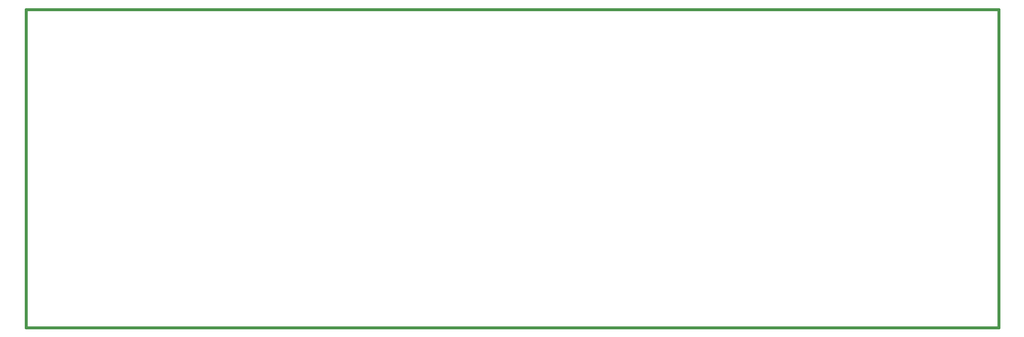
<source format=gbo>
G04 (created by PCBNEW-RS274X (2012-01-19 BZR 3256)-stable) date 4/14/2012 10:50:53 AM*
G01*
G70*
G90*
%MOIN*%
G04 Gerber Fmt 3.4, Leading zero omitted, Abs format*
%FSLAX34Y34*%
G04 APERTURE LIST*
%ADD10C,0.006000*%
%ADD11C,0.015000*%
G04 APERTURE END LIST*
G54D10*
G54D11*
X00000Y-18000D02*
X00000Y00000D01*
X55000Y-18000D02*
X00000Y-18000D01*
X55000Y00000D02*
X55000Y-18000D01*
X00000Y00000D02*
X55000Y00000D01*
M02*

</source>
